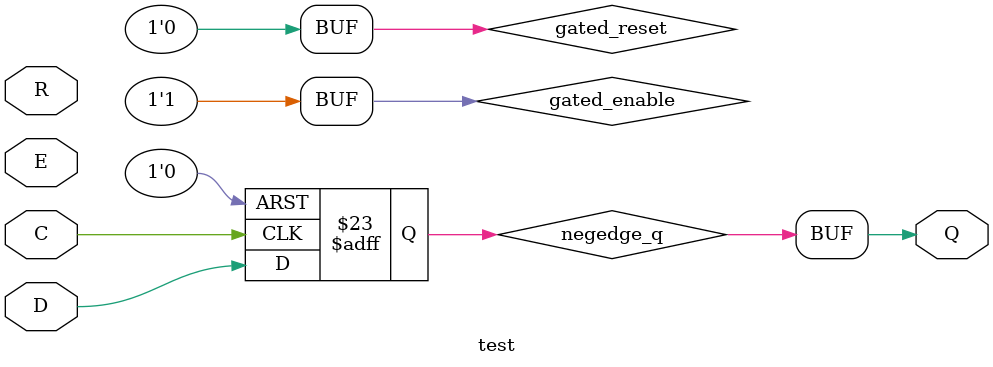
<source format=v>
module test(D, C, E, R, Q);
	parameter [0:0] CLKPOL = 0;
	parameter [0:0] ENABLE_EN = 0;
	parameter [0:0] RESET_EN = 0;
	parameter [0:0] RESET_VAL = 0;
	parameter [0:0] RESET_SYN = 0;

	(* gentb_clock *)
	input D, C, E, R;

	output Q;

	wire gated_reset = R & RESET_EN;
	wire gated_enable = E | ~ENABLE_EN;
	reg posedge_q, negedge_q, posedge_sq, negedge_sq;

	always @(posedge C, posedge gated_reset)
		if (gated_reset)
			posedge_q <= RESET_VAL;
		else if (gated_enable)
			posedge_q <= D;

	always @(negedge C, posedge gated_reset)
		if (gated_reset)
			negedge_q <= RESET_VAL;
		else if (gated_enable)
			negedge_q <= D;

	always @(posedge C)
		if (gated_reset)
			posedge_sq <= RESET_VAL;
		else if (gated_enable)
			posedge_sq <= D;

	always @(negedge C)
		if (gated_reset)
			negedge_sq <= RESET_VAL;
		else if (gated_enable)
			negedge_sq <= D;

	assign Q = RESET_SYN ? (CLKPOL ? posedge_sq : negedge_sq) : (CLKPOL ? posedge_q : negedge_q);
endmodule

</source>
